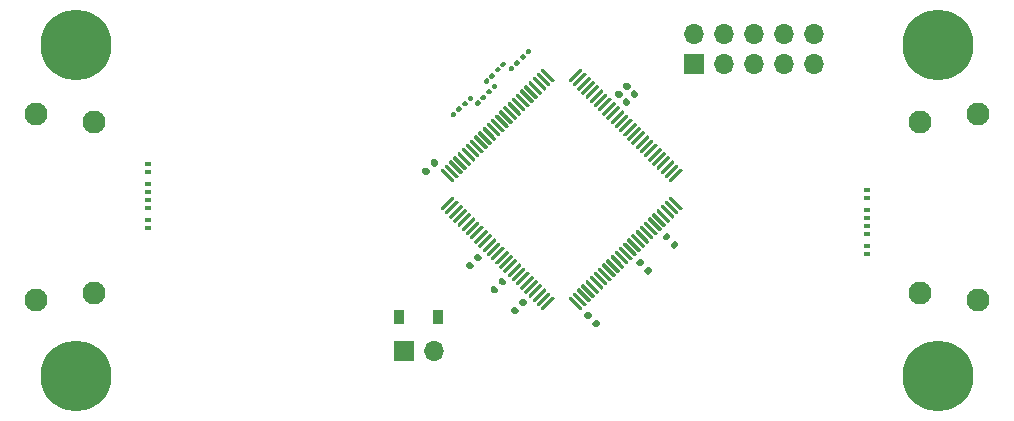
<source format=gbr>
%TF.GenerationSoftware,KiCad,Pcbnew,(5.1.10)-1*%
%TF.CreationDate,2021-07-15T21:59:59+02:00*%
%TF.ProjectId,PCB,5043422e-6b69-4636-9164-5f7063625858,rev?*%
%TF.SameCoordinates,Original*%
%TF.FileFunction,Soldermask,Top*%
%TF.FilePolarity,Negative*%
%FSLAX46Y46*%
G04 Gerber Fmt 4.6, Leading zero omitted, Abs format (unit mm)*
G04 Created by KiCad (PCBNEW (5.1.10)-1) date 2021-07-15 21:59:59*
%MOMM*%
%LPD*%
G01*
G04 APERTURE LIST*
%ADD10C,6.000000*%
%ADD11O,1.700000X1.700000*%
%ADD12R,1.700000X1.700000*%
%ADD13R,0.550000X0.300000*%
%ADD14C,1.950000*%
%ADD15R,0.900000X1.200000*%
G04 APERTURE END LIST*
D10*
%TO.C,REF\u002A\u002A*%
X108000000Y-118950000D03*
%TD*%
%TO.C,REF\u002A\u002A*%
X181000000Y-118950000D03*
%TD*%
%TO.C,REF\u002A\u002A*%
X181000000Y-90950000D03*
%TD*%
%TO.C,REF\u002A\u002A*%
X108000000Y-90950000D03*
%TD*%
%TO.C,U2*%
G36*
G01*
X139831546Y-102598959D02*
X138894630Y-101662043D01*
G75*
G02*
X138894630Y-101555977I53033J53033D01*
G01*
X139000696Y-101449911D01*
G75*
G02*
X139106762Y-101449911I53033J-53033D01*
G01*
X140043678Y-102386827D01*
G75*
G02*
X140043678Y-102492893I-53033J-53033D01*
G01*
X139937612Y-102598959D01*
G75*
G02*
X139831546Y-102598959I-53033J53033D01*
G01*
G37*
G36*
G01*
X140185099Y-102245406D02*
X139248183Y-101308490D01*
G75*
G02*
X139248183Y-101202424I53033J53033D01*
G01*
X139354249Y-101096358D01*
G75*
G02*
X139460315Y-101096358I53033J-53033D01*
G01*
X140397231Y-102033274D01*
G75*
G02*
X140397231Y-102139340I-53033J-53033D01*
G01*
X140291165Y-102245406D01*
G75*
G02*
X140185099Y-102245406I-53033J53033D01*
G01*
G37*
G36*
G01*
X140538652Y-101891852D02*
X139601736Y-100954936D01*
G75*
G02*
X139601736Y-100848870I53033J53033D01*
G01*
X139707802Y-100742804D01*
G75*
G02*
X139813868Y-100742804I53033J-53033D01*
G01*
X140750784Y-101679720D01*
G75*
G02*
X140750784Y-101785786I-53033J-53033D01*
G01*
X140644718Y-101891852D01*
G75*
G02*
X140538652Y-101891852I-53033J53033D01*
G01*
G37*
G36*
G01*
X140892206Y-101538299D02*
X139955290Y-100601383D01*
G75*
G02*
X139955290Y-100495317I53033J53033D01*
G01*
X140061356Y-100389251D01*
G75*
G02*
X140167422Y-100389251I53033J-53033D01*
G01*
X141104338Y-101326167D01*
G75*
G02*
X141104338Y-101432233I-53033J-53033D01*
G01*
X140998272Y-101538299D01*
G75*
G02*
X140892206Y-101538299I-53033J53033D01*
G01*
G37*
G36*
G01*
X141245759Y-101184745D02*
X140308843Y-100247829D01*
G75*
G02*
X140308843Y-100141763I53033J53033D01*
G01*
X140414909Y-100035697D01*
G75*
G02*
X140520975Y-100035697I53033J-53033D01*
G01*
X141457891Y-100972613D01*
G75*
G02*
X141457891Y-101078679I-53033J-53033D01*
G01*
X141351825Y-101184745D01*
G75*
G02*
X141245759Y-101184745I-53033J53033D01*
G01*
G37*
G36*
G01*
X141599313Y-100831192D02*
X140662397Y-99894276D01*
G75*
G02*
X140662397Y-99788210I53033J53033D01*
G01*
X140768463Y-99682144D01*
G75*
G02*
X140874529Y-99682144I53033J-53033D01*
G01*
X141811445Y-100619060D01*
G75*
G02*
X141811445Y-100725126I-53033J-53033D01*
G01*
X141705379Y-100831192D01*
G75*
G02*
X141599313Y-100831192I-53033J53033D01*
G01*
G37*
G36*
G01*
X141952866Y-100477639D02*
X141015950Y-99540723D01*
G75*
G02*
X141015950Y-99434657I53033J53033D01*
G01*
X141122016Y-99328591D01*
G75*
G02*
X141228082Y-99328591I53033J-53033D01*
G01*
X142164998Y-100265507D01*
G75*
G02*
X142164998Y-100371573I-53033J-53033D01*
G01*
X142058932Y-100477639D01*
G75*
G02*
X141952866Y-100477639I-53033J53033D01*
G01*
G37*
G36*
G01*
X142306419Y-100124085D02*
X141369503Y-99187169D01*
G75*
G02*
X141369503Y-99081103I53033J53033D01*
G01*
X141475569Y-98975037D01*
G75*
G02*
X141581635Y-98975037I53033J-53033D01*
G01*
X142518551Y-99911953D01*
G75*
G02*
X142518551Y-100018019I-53033J-53033D01*
G01*
X142412485Y-100124085D01*
G75*
G02*
X142306419Y-100124085I-53033J53033D01*
G01*
G37*
G36*
G01*
X142659973Y-99770532D02*
X141723057Y-98833616D01*
G75*
G02*
X141723057Y-98727550I53033J53033D01*
G01*
X141829123Y-98621484D01*
G75*
G02*
X141935189Y-98621484I53033J-53033D01*
G01*
X142872105Y-99558400D01*
G75*
G02*
X142872105Y-99664466I-53033J-53033D01*
G01*
X142766039Y-99770532D01*
G75*
G02*
X142659973Y-99770532I-53033J53033D01*
G01*
G37*
G36*
G01*
X143013526Y-99416978D02*
X142076610Y-98480062D01*
G75*
G02*
X142076610Y-98373996I53033J53033D01*
G01*
X142182676Y-98267930D01*
G75*
G02*
X142288742Y-98267930I53033J-53033D01*
G01*
X143225658Y-99204846D01*
G75*
G02*
X143225658Y-99310912I-53033J-53033D01*
G01*
X143119592Y-99416978D01*
G75*
G02*
X143013526Y-99416978I-53033J53033D01*
G01*
G37*
G36*
G01*
X143367080Y-99063425D02*
X142430164Y-98126509D01*
G75*
G02*
X142430164Y-98020443I53033J53033D01*
G01*
X142536230Y-97914377D01*
G75*
G02*
X142642296Y-97914377I53033J-53033D01*
G01*
X143579212Y-98851293D01*
G75*
G02*
X143579212Y-98957359I-53033J-53033D01*
G01*
X143473146Y-99063425D01*
G75*
G02*
X143367080Y-99063425I-53033J53033D01*
G01*
G37*
G36*
G01*
X143720633Y-98709872D02*
X142783717Y-97772956D01*
G75*
G02*
X142783717Y-97666890I53033J53033D01*
G01*
X142889783Y-97560824D01*
G75*
G02*
X142995849Y-97560824I53033J-53033D01*
G01*
X143932765Y-98497740D01*
G75*
G02*
X143932765Y-98603806I-53033J-53033D01*
G01*
X143826699Y-98709872D01*
G75*
G02*
X143720633Y-98709872I-53033J53033D01*
G01*
G37*
G36*
G01*
X144074186Y-98356318D02*
X143137270Y-97419402D01*
G75*
G02*
X143137270Y-97313336I53033J53033D01*
G01*
X143243336Y-97207270D01*
G75*
G02*
X143349402Y-97207270I53033J-53033D01*
G01*
X144286318Y-98144186D01*
G75*
G02*
X144286318Y-98250252I-53033J-53033D01*
G01*
X144180252Y-98356318D01*
G75*
G02*
X144074186Y-98356318I-53033J53033D01*
G01*
G37*
G36*
G01*
X144427740Y-98002765D02*
X143490824Y-97065849D01*
G75*
G02*
X143490824Y-96959783I53033J53033D01*
G01*
X143596890Y-96853717D01*
G75*
G02*
X143702956Y-96853717I53033J-53033D01*
G01*
X144639872Y-97790633D01*
G75*
G02*
X144639872Y-97896699I-53033J-53033D01*
G01*
X144533806Y-98002765D01*
G75*
G02*
X144427740Y-98002765I-53033J53033D01*
G01*
G37*
G36*
G01*
X144781293Y-97649212D02*
X143844377Y-96712296D01*
G75*
G02*
X143844377Y-96606230I53033J53033D01*
G01*
X143950443Y-96500164D01*
G75*
G02*
X144056509Y-96500164I53033J-53033D01*
G01*
X144993425Y-97437080D01*
G75*
G02*
X144993425Y-97543146I-53033J-53033D01*
G01*
X144887359Y-97649212D01*
G75*
G02*
X144781293Y-97649212I-53033J53033D01*
G01*
G37*
G36*
G01*
X145134846Y-97295658D02*
X144197930Y-96358742D01*
G75*
G02*
X144197930Y-96252676I53033J53033D01*
G01*
X144303996Y-96146610D01*
G75*
G02*
X144410062Y-96146610I53033J-53033D01*
G01*
X145346978Y-97083526D01*
G75*
G02*
X145346978Y-97189592I-53033J-53033D01*
G01*
X145240912Y-97295658D01*
G75*
G02*
X145134846Y-97295658I-53033J53033D01*
G01*
G37*
G36*
G01*
X145488400Y-96942105D02*
X144551484Y-96005189D01*
G75*
G02*
X144551484Y-95899123I53033J53033D01*
G01*
X144657550Y-95793057D01*
G75*
G02*
X144763616Y-95793057I53033J-53033D01*
G01*
X145700532Y-96729973D01*
G75*
G02*
X145700532Y-96836039I-53033J-53033D01*
G01*
X145594466Y-96942105D01*
G75*
G02*
X145488400Y-96942105I-53033J53033D01*
G01*
G37*
G36*
G01*
X145841953Y-96588551D02*
X144905037Y-95651635D01*
G75*
G02*
X144905037Y-95545569I53033J53033D01*
G01*
X145011103Y-95439503D01*
G75*
G02*
X145117169Y-95439503I53033J-53033D01*
G01*
X146054085Y-96376419D01*
G75*
G02*
X146054085Y-96482485I-53033J-53033D01*
G01*
X145948019Y-96588551D01*
G75*
G02*
X145841953Y-96588551I-53033J53033D01*
G01*
G37*
G36*
G01*
X146195507Y-96234998D02*
X145258591Y-95298082D01*
G75*
G02*
X145258591Y-95192016I53033J53033D01*
G01*
X145364657Y-95085950D01*
G75*
G02*
X145470723Y-95085950I53033J-53033D01*
G01*
X146407639Y-96022866D01*
G75*
G02*
X146407639Y-96128932I-53033J-53033D01*
G01*
X146301573Y-96234998D01*
G75*
G02*
X146195507Y-96234998I-53033J53033D01*
G01*
G37*
G36*
G01*
X146549060Y-95881445D02*
X145612144Y-94944529D01*
G75*
G02*
X145612144Y-94838463I53033J53033D01*
G01*
X145718210Y-94732397D01*
G75*
G02*
X145824276Y-94732397I53033J-53033D01*
G01*
X146761192Y-95669313D01*
G75*
G02*
X146761192Y-95775379I-53033J-53033D01*
G01*
X146655126Y-95881445D01*
G75*
G02*
X146549060Y-95881445I-53033J53033D01*
G01*
G37*
G36*
G01*
X146902613Y-95527891D02*
X145965697Y-94590975D01*
G75*
G02*
X145965697Y-94484909I53033J53033D01*
G01*
X146071763Y-94378843D01*
G75*
G02*
X146177829Y-94378843I53033J-53033D01*
G01*
X147114745Y-95315759D01*
G75*
G02*
X147114745Y-95421825I-53033J-53033D01*
G01*
X147008679Y-95527891D01*
G75*
G02*
X146902613Y-95527891I-53033J53033D01*
G01*
G37*
G36*
G01*
X147256167Y-95174338D02*
X146319251Y-94237422D01*
G75*
G02*
X146319251Y-94131356I53033J53033D01*
G01*
X146425317Y-94025290D01*
G75*
G02*
X146531383Y-94025290I53033J-53033D01*
G01*
X147468299Y-94962206D01*
G75*
G02*
X147468299Y-95068272I-53033J-53033D01*
G01*
X147362233Y-95174338D01*
G75*
G02*
X147256167Y-95174338I-53033J53033D01*
G01*
G37*
G36*
G01*
X147609720Y-94820784D02*
X146672804Y-93883868D01*
G75*
G02*
X146672804Y-93777802I53033J53033D01*
G01*
X146778870Y-93671736D01*
G75*
G02*
X146884936Y-93671736I53033J-53033D01*
G01*
X147821852Y-94608652D01*
G75*
G02*
X147821852Y-94714718I-53033J-53033D01*
G01*
X147715786Y-94820784D01*
G75*
G02*
X147609720Y-94820784I-53033J53033D01*
G01*
G37*
G36*
G01*
X147963274Y-94467231D02*
X147026358Y-93530315D01*
G75*
G02*
X147026358Y-93424249I53033J53033D01*
G01*
X147132424Y-93318183D01*
G75*
G02*
X147238490Y-93318183I53033J-53033D01*
G01*
X148175406Y-94255099D01*
G75*
G02*
X148175406Y-94361165I-53033J-53033D01*
G01*
X148069340Y-94467231D01*
G75*
G02*
X147963274Y-94467231I-53033J53033D01*
G01*
G37*
G36*
G01*
X148316827Y-94113678D02*
X147379911Y-93176762D01*
G75*
G02*
X147379911Y-93070696I53033J53033D01*
G01*
X147485977Y-92964630D01*
G75*
G02*
X147592043Y-92964630I53033J-53033D01*
G01*
X148528959Y-93901546D01*
G75*
G02*
X148528959Y-94007612I-53033J-53033D01*
G01*
X148422893Y-94113678D01*
G75*
G02*
X148316827Y-94113678I-53033J53033D01*
G01*
G37*
G36*
G01*
X149837107Y-94113678D02*
X149731041Y-94007612D01*
G75*
G02*
X149731041Y-93901546I53033J53033D01*
G01*
X150667957Y-92964630D01*
G75*
G02*
X150774023Y-92964630I53033J-53033D01*
G01*
X150880089Y-93070696D01*
G75*
G02*
X150880089Y-93176762I-53033J-53033D01*
G01*
X149943173Y-94113678D01*
G75*
G02*
X149837107Y-94113678I-53033J53033D01*
G01*
G37*
G36*
G01*
X150190660Y-94467231D02*
X150084594Y-94361165D01*
G75*
G02*
X150084594Y-94255099I53033J53033D01*
G01*
X151021510Y-93318183D01*
G75*
G02*
X151127576Y-93318183I53033J-53033D01*
G01*
X151233642Y-93424249D01*
G75*
G02*
X151233642Y-93530315I-53033J-53033D01*
G01*
X150296726Y-94467231D01*
G75*
G02*
X150190660Y-94467231I-53033J53033D01*
G01*
G37*
G36*
G01*
X150544214Y-94820784D02*
X150438148Y-94714718D01*
G75*
G02*
X150438148Y-94608652I53033J53033D01*
G01*
X151375064Y-93671736D01*
G75*
G02*
X151481130Y-93671736I53033J-53033D01*
G01*
X151587196Y-93777802D01*
G75*
G02*
X151587196Y-93883868I-53033J-53033D01*
G01*
X150650280Y-94820784D01*
G75*
G02*
X150544214Y-94820784I-53033J53033D01*
G01*
G37*
G36*
G01*
X150897767Y-95174338D02*
X150791701Y-95068272D01*
G75*
G02*
X150791701Y-94962206I53033J53033D01*
G01*
X151728617Y-94025290D01*
G75*
G02*
X151834683Y-94025290I53033J-53033D01*
G01*
X151940749Y-94131356D01*
G75*
G02*
X151940749Y-94237422I-53033J-53033D01*
G01*
X151003833Y-95174338D01*
G75*
G02*
X150897767Y-95174338I-53033J53033D01*
G01*
G37*
G36*
G01*
X151251321Y-95527891D02*
X151145255Y-95421825D01*
G75*
G02*
X151145255Y-95315759I53033J53033D01*
G01*
X152082171Y-94378843D01*
G75*
G02*
X152188237Y-94378843I53033J-53033D01*
G01*
X152294303Y-94484909D01*
G75*
G02*
X152294303Y-94590975I-53033J-53033D01*
G01*
X151357387Y-95527891D01*
G75*
G02*
X151251321Y-95527891I-53033J53033D01*
G01*
G37*
G36*
G01*
X151604874Y-95881445D02*
X151498808Y-95775379D01*
G75*
G02*
X151498808Y-95669313I53033J53033D01*
G01*
X152435724Y-94732397D01*
G75*
G02*
X152541790Y-94732397I53033J-53033D01*
G01*
X152647856Y-94838463D01*
G75*
G02*
X152647856Y-94944529I-53033J-53033D01*
G01*
X151710940Y-95881445D01*
G75*
G02*
X151604874Y-95881445I-53033J53033D01*
G01*
G37*
G36*
G01*
X151958427Y-96234998D02*
X151852361Y-96128932D01*
G75*
G02*
X151852361Y-96022866I53033J53033D01*
G01*
X152789277Y-95085950D01*
G75*
G02*
X152895343Y-95085950I53033J-53033D01*
G01*
X153001409Y-95192016D01*
G75*
G02*
X153001409Y-95298082I-53033J-53033D01*
G01*
X152064493Y-96234998D01*
G75*
G02*
X151958427Y-96234998I-53033J53033D01*
G01*
G37*
G36*
G01*
X152311981Y-96588551D02*
X152205915Y-96482485D01*
G75*
G02*
X152205915Y-96376419I53033J53033D01*
G01*
X153142831Y-95439503D01*
G75*
G02*
X153248897Y-95439503I53033J-53033D01*
G01*
X153354963Y-95545569D01*
G75*
G02*
X153354963Y-95651635I-53033J-53033D01*
G01*
X152418047Y-96588551D01*
G75*
G02*
X152311981Y-96588551I-53033J53033D01*
G01*
G37*
G36*
G01*
X152665534Y-96942105D02*
X152559468Y-96836039D01*
G75*
G02*
X152559468Y-96729973I53033J53033D01*
G01*
X153496384Y-95793057D01*
G75*
G02*
X153602450Y-95793057I53033J-53033D01*
G01*
X153708516Y-95899123D01*
G75*
G02*
X153708516Y-96005189I-53033J-53033D01*
G01*
X152771600Y-96942105D01*
G75*
G02*
X152665534Y-96942105I-53033J53033D01*
G01*
G37*
G36*
G01*
X153019088Y-97295658D02*
X152913022Y-97189592D01*
G75*
G02*
X152913022Y-97083526I53033J53033D01*
G01*
X153849938Y-96146610D01*
G75*
G02*
X153956004Y-96146610I53033J-53033D01*
G01*
X154062070Y-96252676D01*
G75*
G02*
X154062070Y-96358742I-53033J-53033D01*
G01*
X153125154Y-97295658D01*
G75*
G02*
X153019088Y-97295658I-53033J53033D01*
G01*
G37*
G36*
G01*
X153372641Y-97649212D02*
X153266575Y-97543146D01*
G75*
G02*
X153266575Y-97437080I53033J53033D01*
G01*
X154203491Y-96500164D01*
G75*
G02*
X154309557Y-96500164I53033J-53033D01*
G01*
X154415623Y-96606230D01*
G75*
G02*
X154415623Y-96712296I-53033J-53033D01*
G01*
X153478707Y-97649212D01*
G75*
G02*
X153372641Y-97649212I-53033J53033D01*
G01*
G37*
G36*
G01*
X153726194Y-98002765D02*
X153620128Y-97896699D01*
G75*
G02*
X153620128Y-97790633I53033J53033D01*
G01*
X154557044Y-96853717D01*
G75*
G02*
X154663110Y-96853717I53033J-53033D01*
G01*
X154769176Y-96959783D01*
G75*
G02*
X154769176Y-97065849I-53033J-53033D01*
G01*
X153832260Y-98002765D01*
G75*
G02*
X153726194Y-98002765I-53033J53033D01*
G01*
G37*
G36*
G01*
X154079748Y-98356318D02*
X153973682Y-98250252D01*
G75*
G02*
X153973682Y-98144186I53033J53033D01*
G01*
X154910598Y-97207270D01*
G75*
G02*
X155016664Y-97207270I53033J-53033D01*
G01*
X155122730Y-97313336D01*
G75*
G02*
X155122730Y-97419402I-53033J-53033D01*
G01*
X154185814Y-98356318D01*
G75*
G02*
X154079748Y-98356318I-53033J53033D01*
G01*
G37*
G36*
G01*
X154433301Y-98709872D02*
X154327235Y-98603806D01*
G75*
G02*
X154327235Y-98497740I53033J53033D01*
G01*
X155264151Y-97560824D01*
G75*
G02*
X155370217Y-97560824I53033J-53033D01*
G01*
X155476283Y-97666890D01*
G75*
G02*
X155476283Y-97772956I-53033J-53033D01*
G01*
X154539367Y-98709872D01*
G75*
G02*
X154433301Y-98709872I-53033J53033D01*
G01*
G37*
G36*
G01*
X154786854Y-99063425D02*
X154680788Y-98957359D01*
G75*
G02*
X154680788Y-98851293I53033J53033D01*
G01*
X155617704Y-97914377D01*
G75*
G02*
X155723770Y-97914377I53033J-53033D01*
G01*
X155829836Y-98020443D01*
G75*
G02*
X155829836Y-98126509I-53033J-53033D01*
G01*
X154892920Y-99063425D01*
G75*
G02*
X154786854Y-99063425I-53033J53033D01*
G01*
G37*
G36*
G01*
X155140408Y-99416978D02*
X155034342Y-99310912D01*
G75*
G02*
X155034342Y-99204846I53033J53033D01*
G01*
X155971258Y-98267930D01*
G75*
G02*
X156077324Y-98267930I53033J-53033D01*
G01*
X156183390Y-98373996D01*
G75*
G02*
X156183390Y-98480062I-53033J-53033D01*
G01*
X155246474Y-99416978D01*
G75*
G02*
X155140408Y-99416978I-53033J53033D01*
G01*
G37*
G36*
G01*
X155493961Y-99770532D02*
X155387895Y-99664466D01*
G75*
G02*
X155387895Y-99558400I53033J53033D01*
G01*
X156324811Y-98621484D01*
G75*
G02*
X156430877Y-98621484I53033J-53033D01*
G01*
X156536943Y-98727550D01*
G75*
G02*
X156536943Y-98833616I-53033J-53033D01*
G01*
X155600027Y-99770532D01*
G75*
G02*
X155493961Y-99770532I-53033J53033D01*
G01*
G37*
G36*
G01*
X155847515Y-100124085D02*
X155741449Y-100018019D01*
G75*
G02*
X155741449Y-99911953I53033J53033D01*
G01*
X156678365Y-98975037D01*
G75*
G02*
X156784431Y-98975037I53033J-53033D01*
G01*
X156890497Y-99081103D01*
G75*
G02*
X156890497Y-99187169I-53033J-53033D01*
G01*
X155953581Y-100124085D01*
G75*
G02*
X155847515Y-100124085I-53033J53033D01*
G01*
G37*
G36*
G01*
X156201068Y-100477639D02*
X156095002Y-100371573D01*
G75*
G02*
X156095002Y-100265507I53033J53033D01*
G01*
X157031918Y-99328591D01*
G75*
G02*
X157137984Y-99328591I53033J-53033D01*
G01*
X157244050Y-99434657D01*
G75*
G02*
X157244050Y-99540723I-53033J-53033D01*
G01*
X156307134Y-100477639D01*
G75*
G02*
X156201068Y-100477639I-53033J53033D01*
G01*
G37*
G36*
G01*
X156554621Y-100831192D02*
X156448555Y-100725126D01*
G75*
G02*
X156448555Y-100619060I53033J53033D01*
G01*
X157385471Y-99682144D01*
G75*
G02*
X157491537Y-99682144I53033J-53033D01*
G01*
X157597603Y-99788210D01*
G75*
G02*
X157597603Y-99894276I-53033J-53033D01*
G01*
X156660687Y-100831192D01*
G75*
G02*
X156554621Y-100831192I-53033J53033D01*
G01*
G37*
G36*
G01*
X156908175Y-101184745D02*
X156802109Y-101078679D01*
G75*
G02*
X156802109Y-100972613I53033J53033D01*
G01*
X157739025Y-100035697D01*
G75*
G02*
X157845091Y-100035697I53033J-53033D01*
G01*
X157951157Y-100141763D01*
G75*
G02*
X157951157Y-100247829I-53033J-53033D01*
G01*
X157014241Y-101184745D01*
G75*
G02*
X156908175Y-101184745I-53033J53033D01*
G01*
G37*
G36*
G01*
X157261728Y-101538299D02*
X157155662Y-101432233D01*
G75*
G02*
X157155662Y-101326167I53033J53033D01*
G01*
X158092578Y-100389251D01*
G75*
G02*
X158198644Y-100389251I53033J-53033D01*
G01*
X158304710Y-100495317D01*
G75*
G02*
X158304710Y-100601383I-53033J-53033D01*
G01*
X157367794Y-101538299D01*
G75*
G02*
X157261728Y-101538299I-53033J53033D01*
G01*
G37*
G36*
G01*
X157615282Y-101891852D02*
X157509216Y-101785786D01*
G75*
G02*
X157509216Y-101679720I53033J53033D01*
G01*
X158446132Y-100742804D01*
G75*
G02*
X158552198Y-100742804I53033J-53033D01*
G01*
X158658264Y-100848870D01*
G75*
G02*
X158658264Y-100954936I-53033J-53033D01*
G01*
X157721348Y-101891852D01*
G75*
G02*
X157615282Y-101891852I-53033J53033D01*
G01*
G37*
G36*
G01*
X157968835Y-102245406D02*
X157862769Y-102139340D01*
G75*
G02*
X157862769Y-102033274I53033J53033D01*
G01*
X158799685Y-101096358D01*
G75*
G02*
X158905751Y-101096358I53033J-53033D01*
G01*
X159011817Y-101202424D01*
G75*
G02*
X159011817Y-101308490I-53033J-53033D01*
G01*
X158074901Y-102245406D01*
G75*
G02*
X157968835Y-102245406I-53033J53033D01*
G01*
G37*
G36*
G01*
X158322388Y-102598959D02*
X158216322Y-102492893D01*
G75*
G02*
X158216322Y-102386827I53033J53033D01*
G01*
X159153238Y-101449911D01*
G75*
G02*
X159259304Y-101449911I53033J-53033D01*
G01*
X159365370Y-101555977D01*
G75*
G02*
X159365370Y-101662043I-53033J-53033D01*
G01*
X158428454Y-102598959D01*
G75*
G02*
X158322388Y-102598959I-53033J53033D01*
G01*
G37*
G36*
G01*
X159153238Y-104950089D02*
X158216322Y-104013173D01*
G75*
G02*
X158216322Y-103907107I53033J53033D01*
G01*
X158322388Y-103801041D01*
G75*
G02*
X158428454Y-103801041I53033J-53033D01*
G01*
X159365370Y-104737957D01*
G75*
G02*
X159365370Y-104844023I-53033J-53033D01*
G01*
X159259304Y-104950089D01*
G75*
G02*
X159153238Y-104950089I-53033J53033D01*
G01*
G37*
G36*
G01*
X158799685Y-105303642D02*
X157862769Y-104366726D01*
G75*
G02*
X157862769Y-104260660I53033J53033D01*
G01*
X157968835Y-104154594D01*
G75*
G02*
X158074901Y-104154594I53033J-53033D01*
G01*
X159011817Y-105091510D01*
G75*
G02*
X159011817Y-105197576I-53033J-53033D01*
G01*
X158905751Y-105303642D01*
G75*
G02*
X158799685Y-105303642I-53033J53033D01*
G01*
G37*
G36*
G01*
X158446132Y-105657196D02*
X157509216Y-104720280D01*
G75*
G02*
X157509216Y-104614214I53033J53033D01*
G01*
X157615282Y-104508148D01*
G75*
G02*
X157721348Y-104508148I53033J-53033D01*
G01*
X158658264Y-105445064D01*
G75*
G02*
X158658264Y-105551130I-53033J-53033D01*
G01*
X158552198Y-105657196D01*
G75*
G02*
X158446132Y-105657196I-53033J53033D01*
G01*
G37*
G36*
G01*
X158092578Y-106010749D02*
X157155662Y-105073833D01*
G75*
G02*
X157155662Y-104967767I53033J53033D01*
G01*
X157261728Y-104861701D01*
G75*
G02*
X157367794Y-104861701I53033J-53033D01*
G01*
X158304710Y-105798617D01*
G75*
G02*
X158304710Y-105904683I-53033J-53033D01*
G01*
X158198644Y-106010749D01*
G75*
G02*
X158092578Y-106010749I-53033J53033D01*
G01*
G37*
G36*
G01*
X157739025Y-106364303D02*
X156802109Y-105427387D01*
G75*
G02*
X156802109Y-105321321I53033J53033D01*
G01*
X156908175Y-105215255D01*
G75*
G02*
X157014241Y-105215255I53033J-53033D01*
G01*
X157951157Y-106152171D01*
G75*
G02*
X157951157Y-106258237I-53033J-53033D01*
G01*
X157845091Y-106364303D01*
G75*
G02*
X157739025Y-106364303I-53033J53033D01*
G01*
G37*
G36*
G01*
X157385471Y-106717856D02*
X156448555Y-105780940D01*
G75*
G02*
X156448555Y-105674874I53033J53033D01*
G01*
X156554621Y-105568808D01*
G75*
G02*
X156660687Y-105568808I53033J-53033D01*
G01*
X157597603Y-106505724D01*
G75*
G02*
X157597603Y-106611790I-53033J-53033D01*
G01*
X157491537Y-106717856D01*
G75*
G02*
X157385471Y-106717856I-53033J53033D01*
G01*
G37*
G36*
G01*
X157031918Y-107071409D02*
X156095002Y-106134493D01*
G75*
G02*
X156095002Y-106028427I53033J53033D01*
G01*
X156201068Y-105922361D01*
G75*
G02*
X156307134Y-105922361I53033J-53033D01*
G01*
X157244050Y-106859277D01*
G75*
G02*
X157244050Y-106965343I-53033J-53033D01*
G01*
X157137984Y-107071409D01*
G75*
G02*
X157031918Y-107071409I-53033J53033D01*
G01*
G37*
G36*
G01*
X156678365Y-107424963D02*
X155741449Y-106488047D01*
G75*
G02*
X155741449Y-106381981I53033J53033D01*
G01*
X155847515Y-106275915D01*
G75*
G02*
X155953581Y-106275915I53033J-53033D01*
G01*
X156890497Y-107212831D01*
G75*
G02*
X156890497Y-107318897I-53033J-53033D01*
G01*
X156784431Y-107424963D01*
G75*
G02*
X156678365Y-107424963I-53033J53033D01*
G01*
G37*
G36*
G01*
X156324811Y-107778516D02*
X155387895Y-106841600D01*
G75*
G02*
X155387895Y-106735534I53033J53033D01*
G01*
X155493961Y-106629468D01*
G75*
G02*
X155600027Y-106629468I53033J-53033D01*
G01*
X156536943Y-107566384D01*
G75*
G02*
X156536943Y-107672450I-53033J-53033D01*
G01*
X156430877Y-107778516D01*
G75*
G02*
X156324811Y-107778516I-53033J53033D01*
G01*
G37*
G36*
G01*
X155971258Y-108132070D02*
X155034342Y-107195154D01*
G75*
G02*
X155034342Y-107089088I53033J53033D01*
G01*
X155140408Y-106983022D01*
G75*
G02*
X155246474Y-106983022I53033J-53033D01*
G01*
X156183390Y-107919938D01*
G75*
G02*
X156183390Y-108026004I-53033J-53033D01*
G01*
X156077324Y-108132070D01*
G75*
G02*
X155971258Y-108132070I-53033J53033D01*
G01*
G37*
G36*
G01*
X155617704Y-108485623D02*
X154680788Y-107548707D01*
G75*
G02*
X154680788Y-107442641I53033J53033D01*
G01*
X154786854Y-107336575D01*
G75*
G02*
X154892920Y-107336575I53033J-53033D01*
G01*
X155829836Y-108273491D01*
G75*
G02*
X155829836Y-108379557I-53033J-53033D01*
G01*
X155723770Y-108485623D01*
G75*
G02*
X155617704Y-108485623I-53033J53033D01*
G01*
G37*
G36*
G01*
X155264151Y-108839176D02*
X154327235Y-107902260D01*
G75*
G02*
X154327235Y-107796194I53033J53033D01*
G01*
X154433301Y-107690128D01*
G75*
G02*
X154539367Y-107690128I53033J-53033D01*
G01*
X155476283Y-108627044D01*
G75*
G02*
X155476283Y-108733110I-53033J-53033D01*
G01*
X155370217Y-108839176D01*
G75*
G02*
X155264151Y-108839176I-53033J53033D01*
G01*
G37*
G36*
G01*
X154910598Y-109192730D02*
X153973682Y-108255814D01*
G75*
G02*
X153973682Y-108149748I53033J53033D01*
G01*
X154079748Y-108043682D01*
G75*
G02*
X154185814Y-108043682I53033J-53033D01*
G01*
X155122730Y-108980598D01*
G75*
G02*
X155122730Y-109086664I-53033J-53033D01*
G01*
X155016664Y-109192730D01*
G75*
G02*
X154910598Y-109192730I-53033J53033D01*
G01*
G37*
G36*
G01*
X154557044Y-109546283D02*
X153620128Y-108609367D01*
G75*
G02*
X153620128Y-108503301I53033J53033D01*
G01*
X153726194Y-108397235D01*
G75*
G02*
X153832260Y-108397235I53033J-53033D01*
G01*
X154769176Y-109334151D01*
G75*
G02*
X154769176Y-109440217I-53033J-53033D01*
G01*
X154663110Y-109546283D01*
G75*
G02*
X154557044Y-109546283I-53033J53033D01*
G01*
G37*
G36*
G01*
X154203491Y-109899836D02*
X153266575Y-108962920D01*
G75*
G02*
X153266575Y-108856854I53033J53033D01*
G01*
X153372641Y-108750788D01*
G75*
G02*
X153478707Y-108750788I53033J-53033D01*
G01*
X154415623Y-109687704D01*
G75*
G02*
X154415623Y-109793770I-53033J-53033D01*
G01*
X154309557Y-109899836D01*
G75*
G02*
X154203491Y-109899836I-53033J53033D01*
G01*
G37*
G36*
G01*
X153849938Y-110253390D02*
X152913022Y-109316474D01*
G75*
G02*
X152913022Y-109210408I53033J53033D01*
G01*
X153019088Y-109104342D01*
G75*
G02*
X153125154Y-109104342I53033J-53033D01*
G01*
X154062070Y-110041258D01*
G75*
G02*
X154062070Y-110147324I-53033J-53033D01*
G01*
X153956004Y-110253390D01*
G75*
G02*
X153849938Y-110253390I-53033J53033D01*
G01*
G37*
G36*
G01*
X153496384Y-110606943D02*
X152559468Y-109670027D01*
G75*
G02*
X152559468Y-109563961I53033J53033D01*
G01*
X152665534Y-109457895D01*
G75*
G02*
X152771600Y-109457895I53033J-53033D01*
G01*
X153708516Y-110394811D01*
G75*
G02*
X153708516Y-110500877I-53033J-53033D01*
G01*
X153602450Y-110606943D01*
G75*
G02*
X153496384Y-110606943I-53033J53033D01*
G01*
G37*
G36*
G01*
X153142831Y-110960497D02*
X152205915Y-110023581D01*
G75*
G02*
X152205915Y-109917515I53033J53033D01*
G01*
X152311981Y-109811449D01*
G75*
G02*
X152418047Y-109811449I53033J-53033D01*
G01*
X153354963Y-110748365D01*
G75*
G02*
X153354963Y-110854431I-53033J-53033D01*
G01*
X153248897Y-110960497D01*
G75*
G02*
X153142831Y-110960497I-53033J53033D01*
G01*
G37*
G36*
G01*
X152789277Y-111314050D02*
X151852361Y-110377134D01*
G75*
G02*
X151852361Y-110271068I53033J53033D01*
G01*
X151958427Y-110165002D01*
G75*
G02*
X152064493Y-110165002I53033J-53033D01*
G01*
X153001409Y-111101918D01*
G75*
G02*
X153001409Y-111207984I-53033J-53033D01*
G01*
X152895343Y-111314050D01*
G75*
G02*
X152789277Y-111314050I-53033J53033D01*
G01*
G37*
G36*
G01*
X152435724Y-111667603D02*
X151498808Y-110730687D01*
G75*
G02*
X151498808Y-110624621I53033J53033D01*
G01*
X151604874Y-110518555D01*
G75*
G02*
X151710940Y-110518555I53033J-53033D01*
G01*
X152647856Y-111455471D01*
G75*
G02*
X152647856Y-111561537I-53033J-53033D01*
G01*
X152541790Y-111667603D01*
G75*
G02*
X152435724Y-111667603I-53033J53033D01*
G01*
G37*
G36*
G01*
X152082171Y-112021157D02*
X151145255Y-111084241D01*
G75*
G02*
X151145255Y-110978175I53033J53033D01*
G01*
X151251321Y-110872109D01*
G75*
G02*
X151357387Y-110872109I53033J-53033D01*
G01*
X152294303Y-111809025D01*
G75*
G02*
X152294303Y-111915091I-53033J-53033D01*
G01*
X152188237Y-112021157D01*
G75*
G02*
X152082171Y-112021157I-53033J53033D01*
G01*
G37*
G36*
G01*
X151728617Y-112374710D02*
X150791701Y-111437794D01*
G75*
G02*
X150791701Y-111331728I53033J53033D01*
G01*
X150897767Y-111225662D01*
G75*
G02*
X151003833Y-111225662I53033J-53033D01*
G01*
X151940749Y-112162578D01*
G75*
G02*
X151940749Y-112268644I-53033J-53033D01*
G01*
X151834683Y-112374710D01*
G75*
G02*
X151728617Y-112374710I-53033J53033D01*
G01*
G37*
G36*
G01*
X151375064Y-112728264D02*
X150438148Y-111791348D01*
G75*
G02*
X150438148Y-111685282I53033J53033D01*
G01*
X150544214Y-111579216D01*
G75*
G02*
X150650280Y-111579216I53033J-53033D01*
G01*
X151587196Y-112516132D01*
G75*
G02*
X151587196Y-112622198I-53033J-53033D01*
G01*
X151481130Y-112728264D01*
G75*
G02*
X151375064Y-112728264I-53033J53033D01*
G01*
G37*
G36*
G01*
X151021510Y-113081817D02*
X150084594Y-112144901D01*
G75*
G02*
X150084594Y-112038835I53033J53033D01*
G01*
X150190660Y-111932769D01*
G75*
G02*
X150296726Y-111932769I53033J-53033D01*
G01*
X151233642Y-112869685D01*
G75*
G02*
X151233642Y-112975751I-53033J-53033D01*
G01*
X151127576Y-113081817D01*
G75*
G02*
X151021510Y-113081817I-53033J53033D01*
G01*
G37*
G36*
G01*
X150667957Y-113435370D02*
X149731041Y-112498454D01*
G75*
G02*
X149731041Y-112392388I53033J53033D01*
G01*
X149837107Y-112286322D01*
G75*
G02*
X149943173Y-112286322I53033J-53033D01*
G01*
X150880089Y-113223238D01*
G75*
G02*
X150880089Y-113329304I-53033J-53033D01*
G01*
X150774023Y-113435370D01*
G75*
G02*
X150667957Y-113435370I-53033J53033D01*
G01*
G37*
G36*
G01*
X147485977Y-113435370D02*
X147379911Y-113329304D01*
G75*
G02*
X147379911Y-113223238I53033J53033D01*
G01*
X148316827Y-112286322D01*
G75*
G02*
X148422893Y-112286322I53033J-53033D01*
G01*
X148528959Y-112392388D01*
G75*
G02*
X148528959Y-112498454I-53033J-53033D01*
G01*
X147592043Y-113435370D01*
G75*
G02*
X147485977Y-113435370I-53033J53033D01*
G01*
G37*
G36*
G01*
X147132424Y-113081817D02*
X147026358Y-112975751D01*
G75*
G02*
X147026358Y-112869685I53033J53033D01*
G01*
X147963274Y-111932769D01*
G75*
G02*
X148069340Y-111932769I53033J-53033D01*
G01*
X148175406Y-112038835D01*
G75*
G02*
X148175406Y-112144901I-53033J-53033D01*
G01*
X147238490Y-113081817D01*
G75*
G02*
X147132424Y-113081817I-53033J53033D01*
G01*
G37*
G36*
G01*
X146778870Y-112728264D02*
X146672804Y-112622198D01*
G75*
G02*
X146672804Y-112516132I53033J53033D01*
G01*
X147609720Y-111579216D01*
G75*
G02*
X147715786Y-111579216I53033J-53033D01*
G01*
X147821852Y-111685282D01*
G75*
G02*
X147821852Y-111791348I-53033J-53033D01*
G01*
X146884936Y-112728264D01*
G75*
G02*
X146778870Y-112728264I-53033J53033D01*
G01*
G37*
G36*
G01*
X146425317Y-112374710D02*
X146319251Y-112268644D01*
G75*
G02*
X146319251Y-112162578I53033J53033D01*
G01*
X147256167Y-111225662D01*
G75*
G02*
X147362233Y-111225662I53033J-53033D01*
G01*
X147468299Y-111331728D01*
G75*
G02*
X147468299Y-111437794I-53033J-53033D01*
G01*
X146531383Y-112374710D01*
G75*
G02*
X146425317Y-112374710I-53033J53033D01*
G01*
G37*
G36*
G01*
X146071763Y-112021157D02*
X145965697Y-111915091D01*
G75*
G02*
X145965697Y-111809025I53033J53033D01*
G01*
X146902613Y-110872109D01*
G75*
G02*
X147008679Y-110872109I53033J-53033D01*
G01*
X147114745Y-110978175D01*
G75*
G02*
X147114745Y-111084241I-53033J-53033D01*
G01*
X146177829Y-112021157D01*
G75*
G02*
X146071763Y-112021157I-53033J53033D01*
G01*
G37*
G36*
G01*
X145718210Y-111667603D02*
X145612144Y-111561537D01*
G75*
G02*
X145612144Y-111455471I53033J53033D01*
G01*
X146549060Y-110518555D01*
G75*
G02*
X146655126Y-110518555I53033J-53033D01*
G01*
X146761192Y-110624621D01*
G75*
G02*
X146761192Y-110730687I-53033J-53033D01*
G01*
X145824276Y-111667603D01*
G75*
G02*
X145718210Y-111667603I-53033J53033D01*
G01*
G37*
G36*
G01*
X145364657Y-111314050D02*
X145258591Y-111207984D01*
G75*
G02*
X145258591Y-111101918I53033J53033D01*
G01*
X146195507Y-110165002D01*
G75*
G02*
X146301573Y-110165002I53033J-53033D01*
G01*
X146407639Y-110271068D01*
G75*
G02*
X146407639Y-110377134I-53033J-53033D01*
G01*
X145470723Y-111314050D01*
G75*
G02*
X145364657Y-111314050I-53033J53033D01*
G01*
G37*
G36*
G01*
X145011103Y-110960497D02*
X144905037Y-110854431D01*
G75*
G02*
X144905037Y-110748365I53033J53033D01*
G01*
X145841953Y-109811449D01*
G75*
G02*
X145948019Y-109811449I53033J-53033D01*
G01*
X146054085Y-109917515D01*
G75*
G02*
X146054085Y-110023581I-53033J-53033D01*
G01*
X145117169Y-110960497D01*
G75*
G02*
X145011103Y-110960497I-53033J53033D01*
G01*
G37*
G36*
G01*
X144657550Y-110606943D02*
X144551484Y-110500877D01*
G75*
G02*
X144551484Y-110394811I53033J53033D01*
G01*
X145488400Y-109457895D01*
G75*
G02*
X145594466Y-109457895I53033J-53033D01*
G01*
X145700532Y-109563961D01*
G75*
G02*
X145700532Y-109670027I-53033J-53033D01*
G01*
X144763616Y-110606943D01*
G75*
G02*
X144657550Y-110606943I-53033J53033D01*
G01*
G37*
G36*
G01*
X144303996Y-110253390D02*
X144197930Y-110147324D01*
G75*
G02*
X144197930Y-110041258I53033J53033D01*
G01*
X145134846Y-109104342D01*
G75*
G02*
X145240912Y-109104342I53033J-53033D01*
G01*
X145346978Y-109210408D01*
G75*
G02*
X145346978Y-109316474I-53033J-53033D01*
G01*
X144410062Y-110253390D01*
G75*
G02*
X144303996Y-110253390I-53033J53033D01*
G01*
G37*
G36*
G01*
X143950443Y-109899836D02*
X143844377Y-109793770D01*
G75*
G02*
X143844377Y-109687704I53033J53033D01*
G01*
X144781293Y-108750788D01*
G75*
G02*
X144887359Y-108750788I53033J-53033D01*
G01*
X144993425Y-108856854D01*
G75*
G02*
X144993425Y-108962920I-53033J-53033D01*
G01*
X144056509Y-109899836D01*
G75*
G02*
X143950443Y-109899836I-53033J53033D01*
G01*
G37*
G36*
G01*
X143596890Y-109546283D02*
X143490824Y-109440217D01*
G75*
G02*
X143490824Y-109334151I53033J53033D01*
G01*
X144427740Y-108397235D01*
G75*
G02*
X144533806Y-108397235I53033J-53033D01*
G01*
X144639872Y-108503301D01*
G75*
G02*
X144639872Y-108609367I-53033J-53033D01*
G01*
X143702956Y-109546283D01*
G75*
G02*
X143596890Y-109546283I-53033J53033D01*
G01*
G37*
G36*
G01*
X143243336Y-109192730D02*
X143137270Y-109086664D01*
G75*
G02*
X143137270Y-108980598I53033J53033D01*
G01*
X144074186Y-108043682D01*
G75*
G02*
X144180252Y-108043682I53033J-53033D01*
G01*
X144286318Y-108149748D01*
G75*
G02*
X144286318Y-108255814I-53033J-53033D01*
G01*
X143349402Y-109192730D01*
G75*
G02*
X143243336Y-109192730I-53033J53033D01*
G01*
G37*
G36*
G01*
X142889783Y-108839176D02*
X142783717Y-108733110D01*
G75*
G02*
X142783717Y-108627044I53033J53033D01*
G01*
X143720633Y-107690128D01*
G75*
G02*
X143826699Y-107690128I53033J-53033D01*
G01*
X143932765Y-107796194D01*
G75*
G02*
X143932765Y-107902260I-53033J-53033D01*
G01*
X142995849Y-108839176D01*
G75*
G02*
X142889783Y-108839176I-53033J53033D01*
G01*
G37*
G36*
G01*
X142536230Y-108485623D02*
X142430164Y-108379557D01*
G75*
G02*
X142430164Y-108273491I53033J53033D01*
G01*
X143367080Y-107336575D01*
G75*
G02*
X143473146Y-107336575I53033J-53033D01*
G01*
X143579212Y-107442641D01*
G75*
G02*
X143579212Y-107548707I-53033J-53033D01*
G01*
X142642296Y-108485623D01*
G75*
G02*
X142536230Y-108485623I-53033J53033D01*
G01*
G37*
G36*
G01*
X142182676Y-108132070D02*
X142076610Y-108026004D01*
G75*
G02*
X142076610Y-107919938I53033J53033D01*
G01*
X143013526Y-106983022D01*
G75*
G02*
X143119592Y-106983022I53033J-53033D01*
G01*
X143225658Y-107089088D01*
G75*
G02*
X143225658Y-107195154I-53033J-53033D01*
G01*
X142288742Y-108132070D01*
G75*
G02*
X142182676Y-108132070I-53033J53033D01*
G01*
G37*
G36*
G01*
X141829123Y-107778516D02*
X141723057Y-107672450D01*
G75*
G02*
X141723057Y-107566384I53033J53033D01*
G01*
X142659973Y-106629468D01*
G75*
G02*
X142766039Y-106629468I53033J-53033D01*
G01*
X142872105Y-106735534D01*
G75*
G02*
X142872105Y-106841600I-53033J-53033D01*
G01*
X141935189Y-107778516D01*
G75*
G02*
X141829123Y-107778516I-53033J53033D01*
G01*
G37*
G36*
G01*
X141475569Y-107424963D02*
X141369503Y-107318897D01*
G75*
G02*
X141369503Y-107212831I53033J53033D01*
G01*
X142306419Y-106275915D01*
G75*
G02*
X142412485Y-106275915I53033J-53033D01*
G01*
X142518551Y-106381981D01*
G75*
G02*
X142518551Y-106488047I-53033J-53033D01*
G01*
X141581635Y-107424963D01*
G75*
G02*
X141475569Y-107424963I-53033J53033D01*
G01*
G37*
G36*
G01*
X141122016Y-107071409D02*
X141015950Y-106965343D01*
G75*
G02*
X141015950Y-106859277I53033J53033D01*
G01*
X141952866Y-105922361D01*
G75*
G02*
X142058932Y-105922361I53033J-53033D01*
G01*
X142164998Y-106028427D01*
G75*
G02*
X142164998Y-106134493I-53033J-53033D01*
G01*
X141228082Y-107071409D01*
G75*
G02*
X141122016Y-107071409I-53033J53033D01*
G01*
G37*
G36*
G01*
X140768463Y-106717856D02*
X140662397Y-106611790D01*
G75*
G02*
X140662397Y-106505724I53033J53033D01*
G01*
X141599313Y-105568808D01*
G75*
G02*
X141705379Y-105568808I53033J-53033D01*
G01*
X141811445Y-105674874D01*
G75*
G02*
X141811445Y-105780940I-53033J-53033D01*
G01*
X140874529Y-106717856D01*
G75*
G02*
X140768463Y-106717856I-53033J53033D01*
G01*
G37*
G36*
G01*
X140414909Y-106364303D02*
X140308843Y-106258237D01*
G75*
G02*
X140308843Y-106152171I53033J53033D01*
G01*
X141245759Y-105215255D01*
G75*
G02*
X141351825Y-105215255I53033J-53033D01*
G01*
X141457891Y-105321321D01*
G75*
G02*
X141457891Y-105427387I-53033J-53033D01*
G01*
X140520975Y-106364303D01*
G75*
G02*
X140414909Y-106364303I-53033J53033D01*
G01*
G37*
G36*
G01*
X140061356Y-106010749D02*
X139955290Y-105904683D01*
G75*
G02*
X139955290Y-105798617I53033J53033D01*
G01*
X140892206Y-104861701D01*
G75*
G02*
X140998272Y-104861701I53033J-53033D01*
G01*
X141104338Y-104967767D01*
G75*
G02*
X141104338Y-105073833I-53033J-53033D01*
G01*
X140167422Y-106010749D01*
G75*
G02*
X140061356Y-106010749I-53033J53033D01*
G01*
G37*
G36*
G01*
X139707802Y-105657196D02*
X139601736Y-105551130D01*
G75*
G02*
X139601736Y-105445064I53033J53033D01*
G01*
X140538652Y-104508148D01*
G75*
G02*
X140644718Y-104508148I53033J-53033D01*
G01*
X140750784Y-104614214D01*
G75*
G02*
X140750784Y-104720280I-53033J-53033D01*
G01*
X139813868Y-105657196D01*
G75*
G02*
X139707802Y-105657196I-53033J53033D01*
G01*
G37*
G36*
G01*
X139354249Y-105303642D02*
X139248183Y-105197576D01*
G75*
G02*
X139248183Y-105091510I53033J53033D01*
G01*
X140185099Y-104154594D01*
G75*
G02*
X140291165Y-104154594I53033J-53033D01*
G01*
X140397231Y-104260660D01*
G75*
G02*
X140397231Y-104366726I-53033J-53033D01*
G01*
X139460315Y-105303642D01*
G75*
G02*
X139354249Y-105303642I-53033J53033D01*
G01*
G37*
G36*
G01*
X139000696Y-104950089D02*
X138894630Y-104844023D01*
G75*
G02*
X138894630Y-104737957I53033J53033D01*
G01*
X139831546Y-103801041D01*
G75*
G02*
X139937612Y-103801041I53033J-53033D01*
G01*
X140043678Y-103907107D01*
G75*
G02*
X140043678Y-104013173I-53033J-53033D01*
G01*
X139106762Y-104950089D01*
G75*
G02*
X139000696Y-104950089I-53033J53033D01*
G01*
G37*
%TD*%
D11*
%TO.C,J1*%
X170460000Y-90010000D03*
X170460000Y-92550000D03*
X167920000Y-90010000D03*
X167920000Y-92550000D03*
X165380000Y-90010000D03*
X165380000Y-92550000D03*
X162840000Y-90010000D03*
X162840000Y-92550000D03*
X160300000Y-90010000D03*
D12*
X160300000Y-92550000D03*
%TD*%
%TO.C,R17*%
G36*
G01*
X140327243Y-96628672D02*
X140185821Y-96487250D01*
G75*
G02*
X140185821Y-96345828I70711J70711D01*
G01*
X140369669Y-96161980D01*
G75*
G02*
X140511091Y-96161980I70711J-70711D01*
G01*
X140652513Y-96303402D01*
G75*
G02*
X140652513Y-96444824I-70711J-70711D01*
G01*
X140468665Y-96628672D01*
G75*
G02*
X140327243Y-96628672I-70711J70711D01*
G01*
G37*
G36*
G01*
X139874695Y-97081220D02*
X139733273Y-96939798D01*
G75*
G02*
X139733273Y-96798376I70711J70711D01*
G01*
X139917121Y-96614528D01*
G75*
G02*
X140058543Y-96614528I70711J-70711D01*
G01*
X140199965Y-96755950D01*
G75*
G02*
X140199965Y-96897372I-70711J-70711D01*
G01*
X140016117Y-97081220D01*
G75*
G02*
X139874695Y-97081220I-70711J70711D01*
G01*
G37*
%TD*%
%TO.C,R16*%
G36*
G01*
X141048494Y-95700128D02*
X141189916Y-95841550D01*
G75*
G02*
X141189916Y-95982972I-70711J-70711D01*
G01*
X141006068Y-96166820D01*
G75*
G02*
X140864646Y-96166820I-70711J70711D01*
G01*
X140723224Y-96025398D01*
G75*
G02*
X140723224Y-95883976I70711J70711D01*
G01*
X140907072Y-95700128D01*
G75*
G02*
X141048494Y-95700128I70711J-70711D01*
G01*
G37*
G36*
G01*
X141501042Y-95247580D02*
X141642464Y-95389002D01*
G75*
G02*
X141642464Y-95530424I-70711J-70711D01*
G01*
X141458616Y-95714272D01*
G75*
G02*
X141317194Y-95714272I-70711J70711D01*
G01*
X141175772Y-95572850D01*
G75*
G02*
X141175772Y-95431428I70711J70711D01*
G01*
X141359620Y-95247580D01*
G75*
G02*
X141501042Y-95247580I70711J-70711D01*
G01*
G37*
%TD*%
%TO.C,R15*%
G36*
G01*
X142381098Y-95663472D02*
X142239676Y-95522050D01*
G75*
G02*
X142239676Y-95380628I70711J70711D01*
G01*
X142423524Y-95196780D01*
G75*
G02*
X142564946Y-95196780I70711J-70711D01*
G01*
X142706368Y-95338202D01*
G75*
G02*
X142706368Y-95479624I-70711J-70711D01*
G01*
X142522520Y-95663472D01*
G75*
G02*
X142381098Y-95663472I-70711J70711D01*
G01*
G37*
G36*
G01*
X141928550Y-96116020D02*
X141787128Y-95974598D01*
G75*
G02*
X141787128Y-95833176I70711J70711D01*
G01*
X141970976Y-95649328D01*
G75*
G02*
X142112398Y-95649328I70711J-70711D01*
G01*
X142253820Y-95790750D01*
G75*
G02*
X142253820Y-95932172I-70711J-70711D01*
G01*
X142069972Y-96116020D01*
G75*
G02*
X141928550Y-96116020I-70711J70711D01*
G01*
G37*
%TD*%
%TO.C,R14*%
G36*
G01*
X143061335Y-94687243D02*
X143202757Y-94828665D01*
G75*
G02*
X143202757Y-94970087I-70711J-70711D01*
G01*
X143018909Y-95153935D01*
G75*
G02*
X142877487Y-95153935I-70711J70711D01*
G01*
X142736065Y-95012513D01*
G75*
G02*
X142736065Y-94871091I70711J70711D01*
G01*
X142919913Y-94687243D01*
G75*
G02*
X143061335Y-94687243I70711J-70711D01*
G01*
G37*
G36*
G01*
X143513883Y-94234695D02*
X143655305Y-94376117D01*
G75*
G02*
X143655305Y-94517539I-70711J-70711D01*
G01*
X143471457Y-94701387D01*
G75*
G02*
X143330035Y-94701387I-70711J70711D01*
G01*
X143188613Y-94559965D01*
G75*
G02*
X143188613Y-94418543I70711J70711D01*
G01*
X143372461Y-94234695D01*
G75*
G02*
X143513883Y-94234695I70711J-70711D01*
G01*
G37*
%TD*%
%TO.C,R13*%
G36*
G01*
X143118665Y-93814179D02*
X142977243Y-93672757D01*
G75*
G02*
X142977243Y-93531335I70711J70711D01*
G01*
X143161091Y-93347487D01*
G75*
G02*
X143302513Y-93347487I70711J-70711D01*
G01*
X143443935Y-93488909D01*
G75*
G02*
X143443935Y-93630331I-70711J-70711D01*
G01*
X143260087Y-93814179D01*
G75*
G02*
X143118665Y-93814179I-70711J70711D01*
G01*
G37*
G36*
G01*
X142666117Y-94266727D02*
X142524695Y-94125305D01*
G75*
G02*
X142524695Y-93983883I70711J70711D01*
G01*
X142708543Y-93800035D01*
G75*
G02*
X142849965Y-93800035I70711J-70711D01*
G01*
X142991387Y-93941457D01*
G75*
G02*
X142991387Y-94082879I-70711J-70711D01*
G01*
X142807539Y-94266727D01*
G75*
G02*
X142666117Y-94266727I-70711J70711D01*
G01*
G37*
%TD*%
%TO.C,R12*%
G36*
G01*
X143805973Y-92818571D02*
X143947395Y-92959993D01*
G75*
G02*
X143947395Y-93101415I-70711J-70711D01*
G01*
X143763547Y-93285263D01*
G75*
G02*
X143622125Y-93285263I-70711J70711D01*
G01*
X143480703Y-93143841D01*
G75*
G02*
X143480703Y-93002419I70711J70711D01*
G01*
X143664551Y-92818571D01*
G75*
G02*
X143805973Y-92818571I70711J-70711D01*
G01*
G37*
G36*
G01*
X144258521Y-92366023D02*
X144399943Y-92507445D01*
G75*
G02*
X144399943Y-92648867I-70711J-70711D01*
G01*
X144216095Y-92832715D01*
G75*
G02*
X144074673Y-92832715I-70711J70711D01*
G01*
X143933251Y-92691293D01*
G75*
G02*
X143933251Y-92549871I70711J70711D01*
G01*
X144117099Y-92366023D01*
G75*
G02*
X144258521Y-92366023I70711J-70711D01*
G01*
G37*
%TD*%
%TO.C,R11*%
G36*
G01*
X145244228Y-92737194D02*
X145102806Y-92595772D01*
G75*
G02*
X145102806Y-92454350I70711J70711D01*
G01*
X145286654Y-92270502D01*
G75*
G02*
X145428076Y-92270502I70711J-70711D01*
G01*
X145569498Y-92411924D01*
G75*
G02*
X145569498Y-92553346I-70711J-70711D01*
G01*
X145385650Y-92737194D01*
G75*
G02*
X145244228Y-92737194I-70711J70711D01*
G01*
G37*
G36*
G01*
X144791680Y-93189742D02*
X144650258Y-93048320D01*
G75*
G02*
X144650258Y-92906898I70711J70711D01*
G01*
X144834106Y-92723050D01*
G75*
G02*
X144975528Y-92723050I70711J-70711D01*
G01*
X145116950Y-92864472D01*
G75*
G02*
X145116950Y-93005894I-70711J-70711D01*
G01*
X144933102Y-93189742D01*
G75*
G02*
X144791680Y-93189742I-70711J70711D01*
G01*
G37*
%TD*%
%TO.C,R10*%
G36*
G01*
X145951335Y-91747243D02*
X146092757Y-91888665D01*
G75*
G02*
X146092757Y-92030087I-70711J-70711D01*
G01*
X145908909Y-92213935D01*
G75*
G02*
X145767487Y-92213935I-70711J70711D01*
G01*
X145626065Y-92072513D01*
G75*
G02*
X145626065Y-91931091I70711J70711D01*
G01*
X145809913Y-91747243D01*
G75*
G02*
X145951335Y-91747243I70711J-70711D01*
G01*
G37*
G36*
G01*
X146403883Y-91294695D02*
X146545305Y-91436117D01*
G75*
G02*
X146545305Y-91577539I-70711J-70711D01*
G01*
X146361457Y-91761387D01*
G75*
G02*
X146220035Y-91761387I-70711J70711D01*
G01*
X146078613Y-91619965D01*
G75*
G02*
X146078613Y-91478543I70711J70711D01*
G01*
X146262461Y-91294695D01*
G75*
G02*
X146403883Y-91294695I70711J-70711D01*
G01*
G37*
%TD*%
%TO.C,R3*%
G36*
G01*
X138300520Y-101261109D02*
X138038891Y-100999480D01*
G75*
G02*
X138038891Y-100808562I95459J95459D01*
G01*
X138229810Y-100617643D01*
G75*
G02*
X138420728Y-100617643I95459J-95459D01*
G01*
X138682357Y-100879272D01*
G75*
G02*
X138682357Y-101070190I-95459J-95459D01*
G01*
X138491438Y-101261109D01*
G75*
G02*
X138300520Y-101261109I-95459J95459D01*
G01*
G37*
G36*
G01*
X137579272Y-101982357D02*
X137317643Y-101720728D01*
G75*
G02*
X137317643Y-101529810I95459J95459D01*
G01*
X137508562Y-101338891D01*
G75*
G02*
X137699480Y-101338891I95459J-95459D01*
G01*
X137961109Y-101600520D01*
G75*
G02*
X137961109Y-101791438I-95459J-95459D01*
G01*
X137770190Y-101982357D01*
G75*
G02*
X137579272Y-101982357I-95459J95459D01*
G01*
G37*
%TD*%
%TO.C,C22*%
G36*
G01*
X143498960Y-111360624D02*
X143739376Y-111601040D01*
G75*
G02*
X143739376Y-111799030I-98995J-98995D01*
G01*
X143541386Y-111997020D01*
G75*
G02*
X143343396Y-111997020I-98995J98995D01*
G01*
X143102980Y-111756604D01*
G75*
G02*
X143102980Y-111558614I98995J98995D01*
G01*
X143300970Y-111360624D01*
G75*
G02*
X143498960Y-111360624I98995J-98995D01*
G01*
G37*
G36*
G01*
X144177782Y-110681802D02*
X144418198Y-110922218D01*
G75*
G02*
X144418198Y-111120208I-98995J-98995D01*
G01*
X144220208Y-111318198D01*
G75*
G02*
X144022218Y-111318198I-98995J98995D01*
G01*
X143781802Y-111077782D01*
G75*
G02*
X143781802Y-110879792I98995J98995D01*
G01*
X143979792Y-110681802D01*
G75*
G02*
X144177782Y-110681802I98995J-98995D01*
G01*
G37*
%TD*%
%TO.C,C20*%
G36*
G01*
X141438371Y-109321213D02*
X141678787Y-109561629D01*
G75*
G02*
X141678787Y-109759619I-98995J-98995D01*
G01*
X141480797Y-109957609D01*
G75*
G02*
X141282807Y-109957609I-98995J98995D01*
G01*
X141042391Y-109717193D01*
G75*
G02*
X141042391Y-109519203I98995J98995D01*
G01*
X141240381Y-109321213D01*
G75*
G02*
X141438371Y-109321213I98995J-98995D01*
G01*
G37*
G36*
G01*
X142117193Y-108642391D02*
X142357609Y-108882807D01*
G75*
G02*
X142357609Y-109080797I-98995J-98995D01*
G01*
X142159619Y-109278787D01*
G75*
G02*
X141961629Y-109278787I-98995J98995D01*
G01*
X141721213Y-109038371D01*
G75*
G02*
X141721213Y-108840381I98995J98995D01*
G01*
X141919203Y-108642391D01*
G75*
G02*
X142117193Y-108642391I98995J-98995D01*
G01*
G37*
%TD*%
%TO.C,C19*%
G36*
G01*
X155201040Y-95439376D02*
X154960624Y-95198960D01*
G75*
G02*
X154960624Y-95000970I98995J98995D01*
G01*
X155158614Y-94802980D01*
G75*
G02*
X155356604Y-94802980I98995J-98995D01*
G01*
X155597020Y-95043396D01*
G75*
G02*
X155597020Y-95241386I-98995J-98995D01*
G01*
X155399030Y-95439376D01*
G75*
G02*
X155201040Y-95439376I-98995J98995D01*
G01*
G37*
G36*
G01*
X154522218Y-96118198D02*
X154281802Y-95877782D01*
G75*
G02*
X154281802Y-95679792I98995J98995D01*
G01*
X154479792Y-95481802D01*
G75*
G02*
X154677782Y-95481802I98995J-98995D01*
G01*
X154918198Y-95722218D01*
G75*
G02*
X154918198Y-95920208I-98995J-98995D01*
G01*
X154720208Y-96118198D01*
G75*
G02*
X154522218Y-96118198I-98995J98995D01*
G01*
G37*
%TD*%
%TO.C,C17*%
G36*
G01*
X151721213Y-114461629D02*
X151961629Y-114221213D01*
G75*
G02*
X152159619Y-114221213I98995J-98995D01*
G01*
X152357609Y-114419203D01*
G75*
G02*
X152357609Y-114617193I-98995J-98995D01*
G01*
X152117193Y-114857609D01*
G75*
G02*
X151919203Y-114857609I-98995J98995D01*
G01*
X151721213Y-114659619D01*
G75*
G02*
X151721213Y-114461629I98995J98995D01*
G01*
G37*
G36*
G01*
X151042391Y-113782807D02*
X151282807Y-113542391D01*
G75*
G02*
X151480797Y-113542391I98995J-98995D01*
G01*
X151678787Y-113740381D01*
G75*
G02*
X151678787Y-113938371I-98995J-98995D01*
G01*
X151438371Y-114178787D01*
G75*
G02*
X151240381Y-114178787I-98995J98995D01*
G01*
X151042391Y-113980797D01*
G75*
G02*
X151042391Y-113782807I98995J98995D01*
G01*
G37*
%TD*%
%TO.C,C15*%
G36*
G01*
X158360624Y-107801040D02*
X158601040Y-107560624D01*
G75*
G02*
X158799030Y-107560624I98995J-98995D01*
G01*
X158997020Y-107758614D01*
G75*
G02*
X158997020Y-107956604I-98995J-98995D01*
G01*
X158756604Y-108197020D01*
G75*
G02*
X158558614Y-108197020I-98995J98995D01*
G01*
X158360624Y-107999030D01*
G75*
G02*
X158360624Y-107801040I98995J98995D01*
G01*
G37*
G36*
G01*
X157681802Y-107122218D02*
X157922218Y-106881802D01*
G75*
G02*
X158120208Y-106881802I98995J-98995D01*
G01*
X158318198Y-107079792D01*
G75*
G02*
X158318198Y-107277782I-98995J-98995D01*
G01*
X158077782Y-107518198D01*
G75*
G02*
X157879792Y-107518198I-98995J98995D01*
G01*
X157681802Y-107320208D01*
G75*
G02*
X157681802Y-107122218I98995J98995D01*
G01*
G37*
%TD*%
%TO.C,C14*%
G36*
G01*
X156131213Y-110001629D02*
X156371629Y-109761213D01*
G75*
G02*
X156569619Y-109761213I98995J-98995D01*
G01*
X156767609Y-109959203D01*
G75*
G02*
X156767609Y-110157193I-98995J-98995D01*
G01*
X156527193Y-110397609D01*
G75*
G02*
X156329203Y-110397609I-98995J98995D01*
G01*
X156131213Y-110199619D01*
G75*
G02*
X156131213Y-110001629I98995J98995D01*
G01*
G37*
G36*
G01*
X155452391Y-109322807D02*
X155692807Y-109082391D01*
G75*
G02*
X155890797Y-109082391I98995J-98995D01*
G01*
X156088787Y-109280381D01*
G75*
G02*
X156088787Y-109478371I-98995J-98995D01*
G01*
X155848371Y-109718787D01*
G75*
G02*
X155650381Y-109718787I-98995J98995D01*
G01*
X155452391Y-109520797D01*
G75*
G02*
X155452391Y-109322807I98995J98995D01*
G01*
G37*
%TD*%
%TO.C,C13*%
G36*
G01*
X154561629Y-94778787D02*
X154321213Y-94538371D01*
G75*
G02*
X154321213Y-94340381I98995J98995D01*
G01*
X154519203Y-94142391D01*
G75*
G02*
X154717193Y-94142391I98995J-98995D01*
G01*
X154957609Y-94382807D01*
G75*
G02*
X154957609Y-94580797I-98995J-98995D01*
G01*
X154759619Y-94778787D01*
G75*
G02*
X154561629Y-94778787I-98995J98995D01*
G01*
G37*
G36*
G01*
X153882807Y-95457609D02*
X153642391Y-95217193D01*
G75*
G02*
X153642391Y-95019203I98995J98995D01*
G01*
X153840381Y-94821213D01*
G75*
G02*
X154038371Y-94821213I98995J-98995D01*
G01*
X154278787Y-95061629D01*
G75*
G02*
X154278787Y-95259619I-98995J-98995D01*
G01*
X154080797Y-95457609D01*
G75*
G02*
X153882807Y-95457609I-98995J98995D01*
G01*
G37*
%TD*%
%TO.C,C4*%
G36*
G01*
X145238371Y-113121213D02*
X145478787Y-113361629D01*
G75*
G02*
X145478787Y-113559619I-98995J-98995D01*
G01*
X145280797Y-113757609D01*
G75*
G02*
X145082807Y-113757609I-98995J98995D01*
G01*
X144842391Y-113517193D01*
G75*
G02*
X144842391Y-113319203I98995J98995D01*
G01*
X145040381Y-113121213D01*
G75*
G02*
X145238371Y-113121213I98995J-98995D01*
G01*
G37*
G36*
G01*
X145917193Y-112442391D02*
X146157609Y-112682807D01*
G75*
G02*
X146157609Y-112880797I-98995J-98995D01*
G01*
X145959619Y-113078787D01*
G75*
G02*
X145761629Y-113078787I-98995J98995D01*
G01*
X145521213Y-112838371D01*
G75*
G02*
X145521213Y-112640381I98995J98995D01*
G01*
X145719203Y-112442391D01*
G75*
G02*
X145917193Y-112442391I98995J-98995D01*
G01*
G37*
%TD*%
D13*
%TO.C,D24*%
X175000000Y-103250000D03*
X175000000Y-103950000D03*
%TD*%
%TO.C,D22*%
X175000000Y-106250000D03*
X175000000Y-106950000D03*
%TD*%
%TO.C,D15*%
X175000000Y-105650000D03*
X175000000Y-104950000D03*
%TD*%
%TO.C,D13*%
X114100000Y-106450000D03*
X114100000Y-105750000D03*
%TD*%
%TO.C,D11*%
X114100000Y-103450000D03*
X114100000Y-102750000D03*
%TD*%
%TO.C,D9*%
X175000000Y-108650000D03*
X175000000Y-107950000D03*
%TD*%
%TO.C,D5*%
X114100000Y-104050000D03*
X114100000Y-104750000D03*
%TD*%
%TO.C,D3*%
X114100000Y-101050000D03*
X114100000Y-101750000D03*
%TD*%
D14*
%TO.C,J4*%
X179500000Y-97450000D03*
X179500000Y-111950000D03*
X184400000Y-96850000D03*
X184400000Y-112550000D03*
%TD*%
D15*
%TO.C,D1*%
X138650000Y-114000000D03*
X135350000Y-114000000D03*
%TD*%
D14*
%TO.C,J2*%
X104590000Y-96850000D03*
X104590000Y-112550000D03*
X109490000Y-97450000D03*
X109490000Y-111950000D03*
%TD*%
D11*
%TO.C,J3*%
X138340000Y-116900000D03*
D12*
X135800000Y-116900000D03*
%TD*%
M02*

</source>
